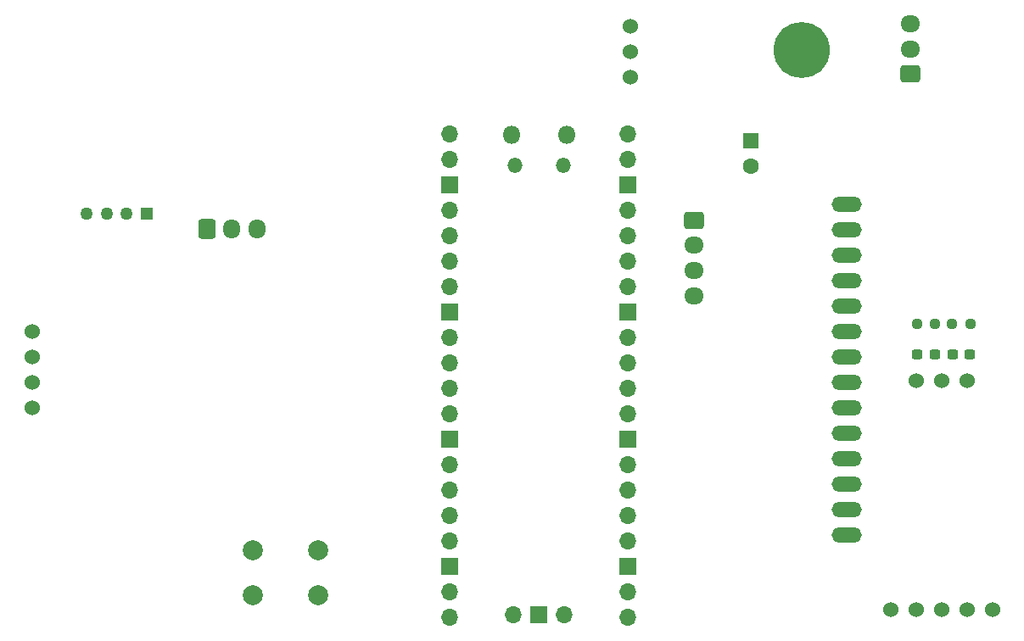
<source format=gbr>
%TF.GenerationSoftware,KiCad,Pcbnew,8.0.5*%
%TF.CreationDate,2024-10-04T09:52:44+09:00*%
%TF.ProjectId,UI__,5549fa7f-2e6b-4696-9361-645f70636258,rev?*%
%TF.SameCoordinates,Original*%
%TF.FileFunction,Soldermask,Top*%
%TF.FilePolarity,Negative*%
%FSLAX46Y46*%
G04 Gerber Fmt 4.6, Leading zero omitted, Abs format (unit mm)*
G04 Created by KiCad (PCBNEW 8.0.5) date 2024-10-04 09:52:44*
%MOMM*%
%LPD*%
G01*
G04 APERTURE LIST*
G04 Aperture macros list*
%AMRoundRect*
0 Rectangle with rounded corners*
0 $1 Rounding radius*
0 $2 $3 $4 $5 $6 $7 $8 $9 X,Y pos of 4 corners*
0 Add a 4 corners polygon primitive as box body*
4,1,4,$2,$3,$4,$5,$6,$7,$8,$9,$2,$3,0*
0 Add four circle primitives for the rounded corners*
1,1,$1+$1,$2,$3*
1,1,$1+$1,$4,$5*
1,1,$1+$1,$6,$7*
1,1,$1+$1,$8,$9*
0 Add four rect primitives between the rounded corners*
20,1,$1+$1,$2,$3,$4,$5,0*
20,1,$1+$1,$4,$5,$6,$7,0*
20,1,$1+$1,$6,$7,$8,$9,0*
20,1,$1+$1,$8,$9,$2,$3,0*%
G04 Aperture macros list end*
%ADD10RoundRect,0.250000X0.725000X-0.600000X0.725000X0.600000X-0.725000X0.600000X-0.725000X-0.600000X0*%
%ADD11O,1.950000X1.700000*%
%ADD12RoundRect,0.237500X0.300000X0.237500X-0.300000X0.237500X-0.300000X-0.237500X0.300000X-0.237500X0*%
%ADD13O,3.000000X1.500000*%
%ADD14C,1.524000*%
%ADD15C,5.600000*%
%ADD16RoundRect,0.237500X-0.300000X-0.237500X0.300000X-0.237500X0.300000X0.237500X-0.300000X0.237500X0*%
%ADD17RoundRect,0.237500X0.250000X0.237500X-0.250000X0.237500X-0.250000X-0.237500X0.250000X-0.237500X0*%
%ADD18RoundRect,0.237500X-0.250000X-0.237500X0.250000X-0.237500X0.250000X0.237500X-0.250000X0.237500X0*%
%ADD19O,1.800000X1.800000*%
%ADD20O,1.500000X1.500000*%
%ADD21O,1.700000X1.700000*%
%ADD22R,1.700000X1.700000*%
%ADD23C,2.000000*%
%ADD24RoundRect,0.250000X-0.600000X-0.725000X0.600000X-0.725000X0.600000X0.725000X-0.600000X0.725000X0*%
%ADD25O,1.700000X1.950000*%
%ADD26R,1.600000X1.600000*%
%ADD27C,1.600000*%
%ADD28RoundRect,0.250000X-0.725000X0.600000X-0.725000X-0.600000X0.725000X-0.600000X0.725000X0.600000X0*%
%ADD29R,1.270000X1.270000*%
%ADD30C,1.270000*%
G04 APERTURE END LIST*
D10*
%TO.C,J2*%
X248920000Y-67026800D03*
D11*
X248920000Y-64526800D03*
X248920000Y-62026800D03*
%TD*%
D12*
%TO.C,C4*%
X251362500Y-95000000D03*
X249637500Y-95000000D03*
%TD*%
D13*
%TO.C,U1*%
X242570000Y-113030000D03*
X242570000Y-110490000D03*
X242570000Y-107950000D03*
X242570000Y-105410000D03*
X242570000Y-102870000D03*
X242570000Y-100330000D03*
X242570000Y-97790000D03*
X242570000Y-95250000D03*
X242570000Y-92710000D03*
X242570000Y-90170000D03*
X242570000Y-87630000D03*
X242570000Y-85090000D03*
X242570000Y-82550000D03*
X242570000Y-80010000D03*
D14*
X161290000Y-100330000D03*
X161290000Y-97790000D03*
X161290000Y-95250000D03*
X161290000Y-92710000D03*
%TD*%
%TO.C,ENC1*%
X257120000Y-120500000D03*
X254580000Y-120500000D03*
X252040000Y-120500000D03*
X249500000Y-120500000D03*
X246960000Y-120500000D03*
X254580000Y-97640000D03*
X249500000Y-97640000D03*
X252040000Y-97640000D03*
%TD*%
D15*
%TO.C,REF\u002A\u002A*%
X238125000Y-64643000D03*
%TD*%
D16*
%TO.C,C3*%
X253137500Y-95000000D03*
X254862500Y-95000000D03*
%TD*%
D14*
%TO.C,SW2*%
X220980000Y-67386200D03*
X220980000Y-64846200D03*
X220980000Y-62306200D03*
%TD*%
D17*
%TO.C,R4*%
X254912500Y-92000000D03*
X253087500Y-92000000D03*
%TD*%
D18*
%TO.C,R5*%
X249587500Y-92000000D03*
X251412500Y-92000000D03*
%TD*%
D19*
%TO.C,U3*%
X214615000Y-73150000D03*
D20*
X214315000Y-76180000D03*
X209465000Y-76180000D03*
D19*
X209165000Y-73150000D03*
D21*
X220780000Y-73020000D03*
X220780000Y-75560000D03*
D22*
X220780000Y-78100000D03*
D21*
X220780000Y-80640000D03*
X220780000Y-83180000D03*
X220780000Y-85720000D03*
X220780000Y-88260000D03*
D22*
X220780000Y-90800000D03*
D21*
X220780000Y-93340000D03*
X220780000Y-95880000D03*
X220780000Y-98420000D03*
X220780000Y-100960000D03*
D22*
X220780000Y-103500000D03*
D21*
X220780000Y-106040000D03*
X220780000Y-108580000D03*
X220780000Y-111120000D03*
X220780000Y-113660000D03*
D22*
X220780000Y-116200000D03*
D21*
X220780000Y-118740000D03*
X220780000Y-121280000D03*
X203000000Y-121280000D03*
X203000000Y-118740000D03*
D22*
X203000000Y-116200000D03*
D21*
X203000000Y-113660000D03*
X203000000Y-111120000D03*
X203000000Y-108580000D03*
X203000000Y-106040000D03*
D22*
X203000000Y-103500000D03*
D21*
X203000000Y-100960000D03*
X203000000Y-98420000D03*
X203000000Y-95880000D03*
X203000000Y-93340000D03*
D22*
X203000000Y-90800000D03*
D21*
X203000000Y-88260000D03*
X203000000Y-85720000D03*
X203000000Y-83180000D03*
X203000000Y-80640000D03*
D22*
X203000000Y-78100000D03*
D21*
X203000000Y-75560000D03*
X203000000Y-73020000D03*
X214430000Y-121050000D03*
D22*
X211890000Y-121050000D03*
D21*
X209350000Y-121050000D03*
%TD*%
D23*
%TO.C,SW1*%
X189865000Y-114590000D03*
X183365000Y-114590000D03*
X189865000Y-119090000D03*
X183365000Y-119090000D03*
%TD*%
D24*
%TO.C,J4*%
X178720520Y-82500000D03*
D25*
X181220520Y-82500000D03*
X183720520Y-82500000D03*
%TD*%
D26*
%TO.C,C1*%
X233045000Y-73700000D03*
D27*
X233045000Y-76200000D03*
%TD*%
D28*
%TO.C,J1*%
X227330000Y-81654000D03*
D11*
X227330000Y-84154000D03*
X227330000Y-86654000D03*
X227330000Y-89154000D03*
%TD*%
D29*
%TO.C,J5*%
X172720000Y-81000120D03*
D30*
X170718480Y-81000000D03*
X168722040Y-81000000D03*
X166720520Y-81000000D03*
%TD*%
M02*

</source>
